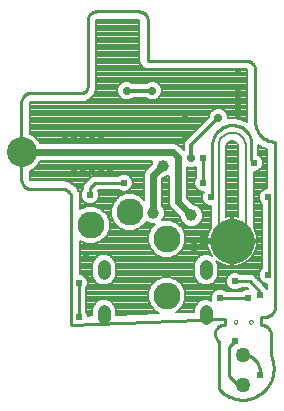
<source format=gbl>
G75*
G70*
%OFA0B0*%
%FSLAX24Y24*%
%IPPOS*%
%LPD*%
%AMOC8*
5,1,8,0,0,1.08239X$1,22.5*
%
%ADD10C,0.0050*%
%ADD11C,0.0100*%
%ADD12C,0.0000*%
%ADD13C,0.0004*%
%ADD14C,0.0433*%
%ADD15C,0.0900*%
%ADD16C,0.0500*%
%ADD17C,0.1000*%
%ADD18C,0.1400*%
%ADD19C,0.0080*%
%ADD20C,0.0240*%
%ADD21C,0.1500*%
%ADD22C,0.0200*%
%ADD23C,0.0390*%
%ADD24C,0.0240*%
%ADD25C,0.0280*%
%ADD26C,0.0140*%
D10*
X007158Y005886D02*
X007158Y008596D01*
X007160Y008637D01*
X007165Y008677D01*
X007174Y008717D01*
X007187Y008756D01*
X007203Y008793D01*
X007222Y008829D01*
X007245Y008863D01*
X007270Y008895D01*
X007299Y008925D01*
X007329Y008952D01*
X007362Y008976D01*
X007397Y008997D01*
X007434Y009014D01*
X007472Y009029D01*
X007512Y009040D01*
X007552Y009047D01*
X007593Y009051D01*
X007633Y009051D01*
X007674Y009047D01*
X007714Y009040D01*
X007754Y009029D01*
X007792Y009014D01*
X007829Y008997D01*
X007864Y008976D01*
X007897Y008952D01*
X007927Y008925D01*
X007956Y008895D01*
X007981Y008863D01*
X008004Y008829D01*
X008023Y008793D01*
X008039Y008756D01*
X008052Y008717D01*
X008061Y008677D01*
X008066Y008637D01*
X008068Y008596D01*
X008068Y005886D01*
X008066Y005845D01*
X008061Y005805D01*
X008052Y005765D01*
X008039Y005726D01*
X008023Y005689D01*
X008004Y005653D01*
X007981Y005619D01*
X007956Y005587D01*
X007927Y005557D01*
X007897Y005530D01*
X007864Y005506D01*
X007829Y005485D01*
X007792Y005468D01*
X007754Y005453D01*
X007714Y005442D01*
X007674Y005435D01*
X007633Y005431D01*
X007593Y005431D01*
X007552Y005435D01*
X007512Y005442D01*
X007472Y005453D01*
X007434Y005468D01*
X007397Y005485D01*
X007362Y005506D01*
X007329Y005530D01*
X007299Y005557D01*
X007270Y005587D01*
X007245Y005619D01*
X007222Y005653D01*
X007203Y005689D01*
X007187Y005726D01*
X007174Y005765D01*
X007165Y005805D01*
X007160Y005845D01*
X007158Y005886D01*
D11*
X007364Y002832D02*
X002254Y002646D01*
X002254Y006898D01*
X002248Y006931D01*
X002239Y006963D01*
X002226Y006994D01*
X002210Y007023D01*
X002192Y007050D01*
X002170Y007076D01*
X002146Y007099D01*
X002120Y007119D01*
X002092Y007137D01*
X002062Y007151D01*
X002031Y007162D01*
X001999Y007170D01*
X001966Y007175D01*
X001933Y007176D01*
X001900Y007174D01*
X001899Y007174D02*
X000904Y007174D01*
X000871Y007176D01*
X000839Y007181D01*
X000807Y007189D01*
X000776Y007201D01*
X000747Y007216D01*
X000719Y007234D01*
X000693Y007255D01*
X000670Y007278D01*
X000649Y007304D01*
X000631Y007331D01*
X000616Y007361D01*
X000604Y007392D01*
X000596Y007424D01*
X000591Y007456D01*
X000589Y007489D01*
X000589Y010062D01*
X000591Y010095D01*
X000596Y010127D01*
X000604Y010159D01*
X000616Y010190D01*
X000631Y010219D01*
X000649Y010247D01*
X000670Y010273D01*
X000693Y010296D01*
X000719Y010317D01*
X000747Y010335D01*
X000776Y010350D01*
X000807Y010362D01*
X000839Y010370D01*
X000871Y010375D01*
X000904Y010377D01*
X002595Y010377D01*
X002595Y010376D02*
X002621Y010378D01*
X002646Y010383D01*
X002670Y010391D01*
X002693Y010402D01*
X002715Y010417D01*
X002734Y010434D01*
X002751Y010453D01*
X002766Y010474D01*
X002777Y010498D01*
X002785Y010522D01*
X002790Y010547D01*
X002792Y010573D01*
X002792Y012782D01*
X002794Y012815D01*
X002799Y012847D01*
X002807Y012879D01*
X002819Y012910D01*
X002834Y012939D01*
X002852Y012967D01*
X002873Y012993D01*
X002896Y013016D01*
X002922Y013037D01*
X002950Y013055D01*
X002979Y013070D01*
X003010Y013082D01*
X003042Y013090D01*
X003074Y013095D01*
X003107Y013097D01*
X004489Y013097D01*
X004522Y013095D01*
X004554Y013090D01*
X004586Y013082D01*
X004617Y013070D01*
X004646Y013055D01*
X004674Y013037D01*
X004700Y013016D01*
X004723Y012993D01*
X004744Y012967D01*
X004762Y012939D01*
X004777Y012910D01*
X004789Y012879D01*
X004797Y012847D01*
X004802Y012815D01*
X004804Y012782D01*
X004804Y011456D01*
X008073Y011456D01*
X008073Y011455D02*
X008108Y011452D01*
X008142Y011444D01*
X008175Y011433D01*
X008207Y011419D01*
X008237Y011401D01*
X008265Y011380D01*
X008291Y011356D01*
X008315Y011330D01*
X008335Y011302D01*
X008352Y011271D01*
X008367Y011239D01*
X008377Y011206D01*
X008384Y011171D01*
X008388Y011136D01*
X008387Y011101D01*
X008388Y011101D02*
X008388Y009382D01*
X008250Y008646D02*
X008250Y008146D01*
X008350Y008046D01*
X009057Y008752D02*
X009057Y003294D01*
X009055Y003255D01*
X009049Y003217D01*
X009040Y003180D01*
X009027Y003143D01*
X009010Y003108D01*
X008991Y003075D01*
X008968Y003044D01*
X008942Y003015D01*
X008913Y002989D01*
X008882Y002966D01*
X008849Y002947D01*
X008814Y002930D01*
X008777Y002917D01*
X008740Y002908D01*
X008702Y002902D01*
X008663Y002900D01*
X008663Y002901D02*
X008585Y002901D01*
X008585Y002646D01*
X008618Y002644D01*
X008650Y002639D01*
X008682Y002631D01*
X008713Y002619D01*
X008742Y002604D01*
X008770Y002586D01*
X008796Y002565D01*
X008819Y002542D01*
X008840Y002516D01*
X008858Y002488D01*
X008873Y002459D01*
X008885Y002428D01*
X008893Y002396D01*
X008898Y002364D01*
X008900Y002331D01*
X008900Y001623D01*
X008533Y001100D02*
X008533Y000980D01*
X008533Y001100D02*
X008531Y001145D01*
X008526Y001190D01*
X008516Y001234D01*
X008503Y001277D01*
X008487Y001319D01*
X008467Y001360D01*
X008444Y001399D01*
X008418Y001435D01*
X008389Y001470D01*
X008357Y001502D01*
X008322Y001531D01*
X008286Y001557D01*
X008247Y001580D01*
X008206Y001600D01*
X008164Y001616D01*
X008121Y001629D01*
X008077Y001639D01*
X008032Y001644D01*
X007987Y001646D01*
X007700Y002096D02*
X007500Y001896D01*
X007500Y000946D01*
X007800Y000646D01*
X007987Y000646D01*
X007167Y000520D02*
X007209Y000473D01*
X007254Y000428D01*
X007302Y000387D01*
X007352Y000348D01*
X007405Y000312D01*
X007459Y000280D01*
X007516Y000251D01*
X007574Y000225D01*
X007633Y000203D01*
X007694Y000185D01*
X007756Y000170D01*
X007819Y000160D01*
X007882Y000153D01*
X007945Y000150D01*
X008009Y000151D01*
X008072Y000156D01*
X008135Y000165D01*
X008197Y000177D01*
X008258Y000194D01*
X008318Y000214D01*
X008377Y000237D01*
X008435Y000265D01*
X008490Y000295D01*
X008544Y000329D01*
X008595Y000367D01*
X008644Y000407D01*
X008690Y000450D01*
X008734Y000496D01*
X008775Y000545D01*
X008813Y000596D01*
X008847Y000649D01*
X008878Y000705D01*
X008906Y000762D01*
X008930Y000820D01*
X008951Y000880D01*
X008968Y000942D01*
X008981Y001004D01*
X008990Y001066D01*
X008995Y001130D01*
X008997Y001193D01*
X008995Y001257D01*
X008988Y001320D01*
X008978Y001382D01*
X008964Y001444D01*
X008947Y001505D01*
X008925Y001565D01*
X008900Y001623D01*
X008550Y003646D02*
X008550Y003746D01*
X008200Y004096D01*
X007700Y004096D01*
X008150Y003546D02*
X007200Y003546D01*
X007364Y002832D02*
X007364Y002646D01*
X007330Y002647D01*
X007296Y002644D01*
X007262Y002637D01*
X007229Y002626D01*
X007198Y002611D01*
X007169Y002593D01*
X007142Y002572D01*
X007117Y002548D01*
X007096Y002522D01*
X007077Y002493D01*
X007062Y002462D01*
X007050Y002430D01*
X007043Y002396D01*
X007039Y002362D01*
X007038Y002328D01*
X007042Y002293D01*
X007050Y002260D01*
X007061Y002228D01*
X007076Y002197D01*
X007095Y002168D01*
X007116Y002141D01*
X007141Y002117D01*
X007168Y002096D01*
X007167Y002095D02*
X007167Y000520D01*
X008800Y004296D02*
X008850Y004346D01*
X008850Y006846D01*
X008800Y006896D01*
X006950Y008596D02*
X006948Y008645D01*
X006950Y008693D01*
X006955Y008742D01*
X006964Y008790D01*
X006977Y008837D01*
X006993Y008883D01*
X007012Y008928D01*
X007035Y008971D01*
X007061Y009012D01*
X007089Y009052D01*
X007121Y009089D01*
X007156Y009123D01*
X007192Y009155D01*
X007232Y009184D01*
X007273Y009210D01*
X007316Y009233D01*
X007361Y009252D01*
X007407Y009269D01*
X007454Y009281D01*
X007502Y009291D01*
X007550Y009296D01*
X007700Y009296D01*
X007747Y009290D01*
X007793Y009281D01*
X007839Y009268D01*
X007883Y009251D01*
X007926Y009231D01*
X007967Y009208D01*
X008006Y009181D01*
X008043Y009152D01*
X008078Y009120D01*
X008110Y009085D01*
X008139Y009048D01*
X008165Y009008D01*
X008188Y008967D01*
X008207Y008924D01*
X008223Y008879D01*
X008236Y008834D01*
X008245Y008787D01*
X008250Y008740D01*
X008252Y008693D01*
X008250Y008646D01*
X008387Y009381D02*
X008391Y009333D01*
X008397Y009285D01*
X008408Y009237D01*
X008422Y009191D01*
X008439Y009145D01*
X008460Y009101D01*
X008484Y009059D01*
X008511Y009019D01*
X008541Y008981D01*
X008574Y008945D01*
X008610Y008911D01*
X008647Y008881D01*
X008687Y008853D01*
X008729Y008828D01*
X008773Y008807D01*
X008818Y008789D01*
X008864Y008774D01*
X008912Y008763D01*
X008960Y008756D01*
X009008Y008752D01*
X009057Y008751D01*
X006950Y008596D02*
X006950Y006946D01*
X006900Y006896D01*
X006650Y007381D02*
X006650Y008221D01*
X004000Y007381D02*
X003035Y007381D01*
X002875Y007221D01*
X002875Y006971D01*
X002500Y004046D02*
X002500Y002896D01*
D12*
X007670Y002746D02*
X007672Y002761D01*
X007677Y002775D01*
X007686Y002787D01*
X007698Y002797D01*
X007711Y002803D01*
X007726Y002806D01*
X007741Y002805D01*
X007756Y002800D01*
X007768Y002792D01*
X007779Y002781D01*
X007786Y002768D01*
X007790Y002754D01*
X007790Y002738D01*
X007786Y002724D01*
X007779Y002711D01*
X007768Y002700D01*
X007756Y002692D01*
X007741Y002687D01*
X007726Y002686D01*
X007711Y002689D01*
X007698Y002695D01*
X007686Y002705D01*
X007677Y002717D01*
X007672Y002731D01*
X007670Y002746D01*
X008180Y002746D02*
X008182Y002761D01*
X008187Y002775D01*
X008196Y002787D01*
X008208Y002797D01*
X008221Y002803D01*
X008236Y002806D01*
X008251Y002805D01*
X008266Y002800D01*
X008278Y002792D01*
X008289Y002781D01*
X008296Y002768D01*
X008300Y002754D01*
X008300Y002738D01*
X008296Y002724D01*
X008289Y002711D01*
X008278Y002700D01*
X008266Y002692D01*
X008251Y002687D01*
X008236Y002686D01*
X008221Y002689D01*
X008208Y002695D01*
X008196Y002705D01*
X008187Y002717D01*
X008182Y002731D01*
X008180Y002746D01*
D13*
X006855Y002860D02*
X006855Y003104D01*
X006853Y003124D01*
X006848Y003144D01*
X006839Y003163D01*
X006827Y003180D01*
X006813Y003194D01*
X006796Y003206D01*
X006777Y003215D01*
X006757Y003220D01*
X006737Y003222D01*
X006717Y003220D01*
X006697Y003215D01*
X006678Y003206D01*
X006661Y003194D01*
X006647Y003180D01*
X006635Y003163D01*
X006626Y003144D01*
X006621Y003124D01*
X006619Y003104D01*
X006619Y002860D01*
X006621Y002840D01*
X006626Y002820D01*
X006635Y002801D01*
X006647Y002784D01*
X006661Y002770D01*
X006678Y002758D01*
X006697Y002749D01*
X006717Y002744D01*
X006737Y002742D01*
X006757Y002744D01*
X006777Y002749D01*
X006796Y002758D01*
X006813Y002770D01*
X006827Y002784D01*
X006839Y002801D01*
X006848Y002820D01*
X006853Y002840D01*
X006855Y002860D01*
X006855Y004356D02*
X006855Y004600D01*
X006853Y004620D01*
X006848Y004640D01*
X006839Y004659D01*
X006827Y004676D01*
X006813Y004690D01*
X006796Y004702D01*
X006777Y004711D01*
X006757Y004716D01*
X006737Y004718D01*
X006717Y004716D01*
X006697Y004711D01*
X006678Y004702D01*
X006661Y004690D01*
X006647Y004676D01*
X006635Y004659D01*
X006626Y004640D01*
X006621Y004620D01*
X006619Y004600D01*
X006619Y004356D01*
X006621Y004336D01*
X006626Y004316D01*
X006635Y004297D01*
X006647Y004280D01*
X006661Y004266D01*
X006678Y004254D01*
X006697Y004245D01*
X006717Y004240D01*
X006737Y004238D01*
X006757Y004240D01*
X006777Y004245D01*
X006796Y004254D01*
X006813Y004266D01*
X006827Y004280D01*
X006839Y004297D01*
X006848Y004316D01*
X006853Y004336D01*
X006855Y004356D01*
X003454Y004356D02*
X003454Y004600D01*
X003452Y004620D01*
X003447Y004640D01*
X003438Y004659D01*
X003426Y004676D01*
X003412Y004690D01*
X003395Y004702D01*
X003376Y004711D01*
X003356Y004716D01*
X003336Y004718D01*
X003316Y004716D01*
X003296Y004711D01*
X003277Y004702D01*
X003260Y004690D01*
X003246Y004676D01*
X003234Y004659D01*
X003225Y004640D01*
X003220Y004620D01*
X003218Y004600D01*
X003218Y004356D01*
X003220Y004336D01*
X003225Y004316D01*
X003234Y004297D01*
X003246Y004280D01*
X003260Y004266D01*
X003277Y004254D01*
X003296Y004245D01*
X003316Y004240D01*
X003336Y004238D01*
X003356Y004240D01*
X003376Y004245D01*
X003395Y004254D01*
X003412Y004266D01*
X003426Y004280D01*
X003438Y004297D01*
X003447Y004316D01*
X003452Y004336D01*
X003454Y004356D01*
X003454Y003104D02*
X003454Y002860D01*
X003452Y002840D01*
X003447Y002820D01*
X003438Y002801D01*
X003426Y002784D01*
X003412Y002770D01*
X003395Y002758D01*
X003376Y002749D01*
X003356Y002744D01*
X003336Y002742D01*
X003316Y002744D01*
X003296Y002749D01*
X003277Y002758D01*
X003260Y002770D01*
X003246Y002784D01*
X003234Y002801D01*
X003225Y002820D01*
X003220Y002840D01*
X003218Y002860D01*
X003218Y003104D01*
X003220Y003124D01*
X003225Y003144D01*
X003234Y003163D01*
X003246Y003180D01*
X003260Y003194D01*
X003277Y003206D01*
X003296Y003215D01*
X003316Y003220D01*
X003336Y003222D01*
X003356Y003220D01*
X003376Y003215D01*
X003395Y003206D01*
X003412Y003194D01*
X003426Y003180D01*
X003438Y003163D01*
X003447Y003144D01*
X003452Y003124D01*
X003454Y003104D01*
D14*
X003336Y002862D02*
X003336Y002862D01*
X003336Y003098D01*
X003336Y003098D01*
X003336Y002862D01*
X003336Y004358D02*
X003336Y004358D01*
X003336Y004594D01*
X003336Y004594D01*
X003336Y004358D01*
X006737Y004358D02*
X006737Y004358D01*
X006737Y004594D01*
X006737Y004594D01*
X006737Y004358D01*
X006737Y002862D02*
X006737Y002862D01*
X006737Y003098D01*
X006737Y003098D01*
X006737Y002862D01*
D15*
X005427Y003616D03*
X005427Y005516D03*
X004197Y006396D03*
X002897Y005976D03*
D16*
X007987Y001646D03*
X007987Y000646D03*
D17*
X000600Y008396D03*
D18*
X007615Y005436D03*
D19*
X007650Y005700D02*
X007576Y005700D01*
X007575Y005700D01*
X007575Y006276D01*
X007560Y006276D01*
X007451Y006262D01*
X007423Y006255D01*
X007423Y008596D01*
X007427Y008633D01*
X007455Y008702D01*
X007508Y008754D01*
X007576Y008783D01*
X007650Y008783D01*
X007719Y008754D01*
X007771Y008702D01*
X007800Y008633D01*
X007803Y008596D01*
X007803Y006255D01*
X007779Y006262D01*
X007670Y006276D01*
X007655Y006276D01*
X007655Y005702D01*
X007650Y005700D01*
X007655Y005708D02*
X007575Y005708D01*
X007575Y005786D02*
X007655Y005786D01*
X007655Y005865D02*
X007575Y005865D01*
X007575Y005943D02*
X007655Y005943D01*
X007655Y006022D02*
X007575Y006022D01*
X007575Y006100D02*
X007655Y006100D01*
X007655Y006179D02*
X007575Y006179D01*
X007575Y006257D02*
X007655Y006257D01*
X007796Y006257D02*
X007803Y006257D01*
X007803Y006336D02*
X007423Y006336D01*
X007423Y006414D02*
X007803Y006414D01*
X007803Y006493D02*
X007423Y006493D01*
X007423Y006571D02*
X007803Y006571D01*
X007803Y006650D02*
X007423Y006650D01*
X007423Y006728D02*
X007803Y006728D01*
X007803Y006807D02*
X007423Y006807D01*
X007423Y006885D02*
X007803Y006885D01*
X007803Y006964D02*
X007423Y006964D01*
X007423Y007042D02*
X007803Y007042D01*
X007803Y007121D02*
X007423Y007121D01*
X007423Y007199D02*
X007803Y007199D01*
X007803Y007278D02*
X007423Y007278D01*
X007423Y007356D02*
X007803Y007356D01*
X007803Y007435D02*
X007423Y007435D01*
X007423Y007513D02*
X007803Y007513D01*
X007803Y007592D02*
X007423Y007592D01*
X007423Y007670D02*
X007803Y007670D01*
X007803Y007749D02*
X007423Y007749D01*
X007423Y007827D02*
X007803Y007827D01*
X007803Y007906D02*
X007423Y007906D01*
X007423Y007984D02*
X007803Y007984D01*
X007803Y008063D02*
X007423Y008063D01*
X007423Y008141D02*
X007803Y008141D01*
X007803Y008220D02*
X007423Y008220D01*
X007423Y008298D02*
X007803Y008298D01*
X007803Y008377D02*
X007423Y008377D01*
X007423Y008455D02*
X007803Y008455D01*
X007803Y008534D02*
X007423Y008534D01*
X007425Y008612D02*
X007802Y008612D01*
X007776Y008691D02*
X007451Y008691D01*
X007544Y008769D02*
X007683Y008769D01*
X008097Y009402D02*
X007884Y009512D01*
X007803Y009518D01*
X007795Y009526D01*
X007710Y009526D01*
X007624Y009533D01*
X007623Y009533D01*
X007541Y009526D01*
X007470Y009526D01*
X007470Y009610D01*
X007421Y009728D01*
X007331Y009818D01*
X007214Y009866D01*
X007086Y009866D01*
X006969Y009818D01*
X006879Y009728D01*
X006830Y009610D01*
X006830Y009580D01*
X006038Y008788D01*
X006000Y008696D01*
X006000Y008471D01*
X005970Y008501D01*
X005820Y008651D01*
X005710Y008696D01*
X005590Y008696D01*
X001212Y008696D01*
X001176Y008781D01*
X000985Y008973D01*
X000879Y009017D01*
X000879Y010062D01*
X000880Y010067D01*
X000884Y010075D01*
X000890Y010082D01*
X000899Y010086D01*
X000904Y010087D01*
X002692Y010087D01*
X002871Y010161D01*
X003007Y010298D01*
X003082Y010477D01*
X003082Y012782D01*
X003082Y012787D01*
X003086Y012796D01*
X003093Y012803D01*
X003102Y012807D01*
X003107Y012807D01*
X004489Y012807D01*
X004494Y012807D01*
X004503Y012803D01*
X004510Y012796D01*
X004513Y012787D01*
X004514Y012783D01*
X004514Y011398D01*
X004558Y011291D01*
X004640Y011210D01*
X004746Y011166D01*
X008059Y011166D01*
X008065Y011165D01*
X008080Y011157D01*
X008092Y011144D01*
X008098Y011128D01*
X008098Y011110D01*
X008095Y011061D01*
X008098Y011053D01*
X008098Y009435D01*
X008096Y009431D01*
X008097Y009402D01*
X008098Y009476D02*
X007954Y009476D01*
X007884Y009512D02*
X007884Y009512D01*
X008098Y009554D02*
X007470Y009554D01*
X007461Y009633D02*
X008098Y009633D01*
X008098Y009711D02*
X007428Y009711D01*
X007359Y009790D02*
X008098Y009790D01*
X008098Y009868D02*
X000879Y009868D01*
X000879Y009790D02*
X006941Y009790D01*
X006872Y009711D02*
X000879Y009711D01*
X000879Y009633D02*
X006839Y009633D01*
X006804Y009554D02*
X000879Y009554D01*
X000879Y009476D02*
X006726Y009476D01*
X006647Y009397D02*
X000879Y009397D01*
X000879Y009319D02*
X006569Y009319D01*
X006490Y009240D02*
X000879Y009240D01*
X000879Y009162D02*
X006412Y009162D01*
X006333Y009083D02*
X000879Y009083D01*
X000908Y009005D02*
X006255Y009005D01*
X006176Y008926D02*
X001032Y008926D01*
X001110Y008848D02*
X006098Y008848D01*
X006030Y008769D02*
X001182Y008769D01*
X001212Y008096D02*
X004956Y008096D01*
X004925Y008021D01*
X004925Y007996D01*
X004730Y007800D01*
X004684Y007690D01*
X004684Y006801D01*
X004554Y006930D01*
X004323Y007026D01*
X004072Y007026D01*
X003841Y006930D01*
X003663Y006753D01*
X003567Y006522D01*
X003567Y006271D01*
X003663Y006039D01*
X003841Y005862D01*
X004072Y005766D01*
X004323Y005766D01*
X004554Y005862D01*
X004731Y006039D01*
X004750Y006084D01*
X004771Y006062D01*
X004909Y006005D01*
X005025Y006005D01*
X004893Y005873D01*
X004797Y005642D01*
X004797Y005391D01*
X004893Y005159D01*
X005071Y004982D01*
X005302Y004886D01*
X005553Y004886D01*
X005784Y004982D01*
X005961Y005159D01*
X006057Y005391D01*
X006057Y005642D01*
X005961Y005873D01*
X005784Y006050D01*
X005553Y006146D01*
X005302Y006146D01*
X005265Y006131D01*
X005302Y006168D01*
X005359Y006306D01*
X005359Y006455D01*
X005302Y006593D01*
X005284Y006610D01*
X005284Y007506D01*
X005349Y007571D01*
X005375Y007571D01*
X005500Y007623D01*
X005500Y006687D01*
X005546Y006576D01*
X005875Y006247D01*
X005875Y006222D01*
X005932Y006084D01*
X006038Y005978D01*
X006175Y005921D01*
X006325Y005921D01*
X006462Y005978D01*
X006568Y006084D01*
X006625Y006222D01*
X006625Y006371D01*
X006568Y006509D01*
X006462Y006614D01*
X006325Y006671D01*
X006299Y006671D01*
X006100Y006871D01*
X006100Y007912D01*
X006186Y007876D01*
X006314Y007876D01*
X006420Y007920D01*
X006420Y007576D01*
X006396Y007551D01*
X006350Y007441D01*
X006350Y007322D01*
X006396Y007211D01*
X006480Y007127D01*
X006590Y007081D01*
X006661Y007081D01*
X006646Y007066D01*
X006600Y006956D01*
X006600Y006837D01*
X006646Y006726D01*
X006730Y006642D01*
X006840Y006596D01*
X006893Y006596D01*
X006893Y005866D01*
X006860Y005809D01*
X006818Y005707D01*
X006789Y005601D01*
X006775Y005491D01*
X006775Y005476D01*
X007005Y005476D01*
X007085Y005396D01*
X006775Y005396D01*
X006775Y005381D01*
X006789Y005272D01*
X006818Y005166D01*
X006860Y005064D01*
X006915Y004969D01*
X006936Y004941D01*
X006816Y004991D01*
X006658Y004991D01*
X006513Y004930D01*
X006401Y004819D01*
X006341Y004673D01*
X006341Y004279D01*
X006401Y004133D01*
X006513Y004022D01*
X006658Y003962D01*
X006816Y003962D01*
X006962Y004022D01*
X007073Y004133D01*
X007134Y004279D01*
X007134Y004673D01*
X007089Y004781D01*
X007147Y004736D01*
X007243Y004681D01*
X007344Y004639D01*
X007451Y004611D01*
X007560Y004596D01*
X007575Y004596D01*
X007575Y005166D01*
X007655Y005166D01*
X007655Y004596D01*
X007670Y004596D01*
X007779Y004611D01*
X007886Y004639D01*
X007987Y004681D01*
X008083Y004736D01*
X008170Y004803D01*
X008248Y004881D01*
X008315Y004969D01*
X008370Y005064D01*
X008412Y005166D01*
X008441Y005272D01*
X008455Y005381D01*
X008455Y005396D01*
X008142Y005396D01*
X008222Y005476D01*
X008455Y005476D01*
X008455Y005491D01*
X008441Y005601D01*
X008412Y005707D01*
X008370Y005809D01*
X008333Y005872D01*
X008333Y007746D01*
X008410Y007746D01*
X008520Y007792D01*
X008604Y007876D01*
X008650Y007987D01*
X008650Y008106D01*
X008604Y008216D01*
X008520Y008301D01*
X008480Y008317D01*
X008480Y008637D01*
X008481Y008643D01*
X008631Y008541D01*
X008631Y008541D01*
X008767Y008501D01*
X008767Y007196D01*
X008740Y007196D01*
X008630Y007151D01*
X008546Y007066D01*
X008500Y006956D01*
X008500Y006837D01*
X008546Y006726D01*
X008620Y006652D01*
X008620Y004541D01*
X008546Y004466D01*
X008500Y004356D01*
X008500Y004237D01*
X008546Y004126D01*
X008630Y004042D01*
X008740Y003996D01*
X008767Y003996D01*
X008767Y003854D01*
X008430Y004192D01*
X008295Y004326D01*
X007894Y004326D01*
X007870Y004351D01*
X007760Y004396D01*
X007640Y004396D01*
X007530Y004351D01*
X007446Y004266D01*
X007400Y004156D01*
X007400Y004037D01*
X007446Y003926D01*
X007530Y003842D01*
X007640Y003796D01*
X007760Y003796D01*
X007870Y003842D01*
X007894Y003866D01*
X008105Y003866D01*
X008125Y003846D01*
X008090Y003846D01*
X007980Y003801D01*
X007956Y003776D01*
X007394Y003776D01*
X007370Y003801D01*
X007260Y003846D01*
X007140Y003846D01*
X007030Y003801D01*
X006946Y003716D01*
X006900Y003606D01*
X006900Y003487D01*
X006913Y003455D01*
X006816Y003495D01*
X006658Y003495D01*
X006513Y003434D01*
X006401Y003323D01*
X006341Y003177D01*
X006341Y003085D01*
X005739Y003063D01*
X005784Y003082D01*
X005961Y003259D01*
X006057Y003491D01*
X006057Y003742D01*
X005961Y003973D01*
X005784Y004150D01*
X005553Y004246D01*
X005302Y004246D01*
X005071Y004150D01*
X004893Y003973D01*
X004797Y003742D01*
X004797Y003491D01*
X004893Y003259D01*
X005071Y003082D01*
X005166Y003043D01*
X003732Y002990D01*
X003732Y003177D01*
X003672Y003323D01*
X003560Y003434D01*
X003415Y003495D01*
X003257Y003495D01*
X003111Y003434D01*
X003000Y003323D01*
X002939Y003177D01*
X002939Y002961D01*
X002800Y002956D01*
X002754Y003066D01*
X002730Y003091D01*
X002730Y003852D01*
X002754Y003876D01*
X002800Y003987D01*
X002800Y004106D01*
X002754Y004216D01*
X002965Y004216D01*
X002939Y004279D02*
X003000Y004133D01*
X003111Y004022D01*
X003257Y003962D01*
X003415Y003962D01*
X003560Y004022D01*
X003672Y004133D01*
X003732Y004279D01*
X003732Y004673D01*
X003672Y004819D01*
X003560Y004930D01*
X003415Y004991D01*
X003257Y004991D01*
X003111Y004930D01*
X003000Y004819D01*
X002939Y004673D01*
X002939Y004279D01*
X002939Y004295D02*
X002676Y004295D01*
X002670Y004301D02*
X002560Y004346D01*
X002544Y004346D01*
X002544Y005441D01*
X002772Y005346D01*
X003023Y005346D01*
X003254Y005442D01*
X003431Y005619D01*
X003527Y005851D01*
X003527Y006102D01*
X003431Y006333D01*
X003254Y006510D01*
X003023Y006606D01*
X002772Y006606D01*
X002544Y006512D01*
X002544Y006859D01*
X002548Y006877D01*
X002544Y006916D01*
X002544Y006956D01*
X002536Y006973D01*
X002526Y007054D01*
X002526Y007054D01*
X002407Y007264D01*
X002407Y007264D01*
X002407Y007264D01*
X002216Y007413D01*
X001983Y007477D01*
X001881Y007464D01*
X000904Y007464D01*
X000899Y007464D01*
X000890Y007468D01*
X000884Y007475D01*
X000880Y007484D01*
X000879Y007489D01*
X000879Y007776D01*
X000985Y007820D01*
X001176Y008011D01*
X001212Y008096D01*
X001198Y008063D02*
X004942Y008063D01*
X004914Y007984D02*
X001150Y007984D01*
X001071Y007906D02*
X004835Y007906D01*
X004757Y007827D02*
X000993Y007827D01*
X000879Y007749D02*
X004708Y007749D01*
X004684Y007670D02*
X004086Y007670D01*
X004060Y007681D02*
X004170Y007636D01*
X004254Y007551D01*
X004300Y007441D01*
X004300Y007322D01*
X004254Y007211D01*
X004170Y007127D01*
X004060Y007081D01*
X003940Y007081D01*
X003830Y007127D01*
X003806Y007151D01*
X003130Y007151D01*
X003125Y007146D01*
X003129Y007141D01*
X003175Y007031D01*
X003175Y006912D01*
X003129Y006801D01*
X003045Y006717D01*
X002935Y006671D01*
X002815Y006671D01*
X002705Y006717D01*
X002621Y006801D01*
X002575Y006912D01*
X002575Y007031D01*
X002621Y007141D01*
X002645Y007166D01*
X002645Y007317D01*
X002780Y007451D01*
X002940Y007611D01*
X003806Y007611D01*
X003830Y007636D01*
X003940Y007681D01*
X004060Y007681D01*
X003914Y007670D02*
X000879Y007670D01*
X000879Y007592D02*
X002920Y007592D01*
X002842Y007513D02*
X000879Y007513D01*
X000890Y007468D02*
X000890Y007468D01*
X001983Y007477D02*
X001983Y007477D01*
X002135Y007435D02*
X002763Y007435D01*
X002685Y007356D02*
X002288Y007356D01*
X002216Y007413D02*
X002216Y007413D01*
X002389Y007278D02*
X002645Y007278D01*
X002645Y007199D02*
X002444Y007199D01*
X002488Y007121D02*
X002612Y007121D01*
X002580Y007042D02*
X002528Y007042D01*
X002540Y006964D02*
X002575Y006964D01*
X002586Y006885D02*
X002547Y006885D01*
X002544Y006807D02*
X002618Y006807D01*
X002544Y006728D02*
X002694Y006728D01*
X002688Y006571D02*
X002544Y006571D01*
X002544Y006650D02*
X003621Y006650D01*
X003653Y006728D02*
X003056Y006728D01*
X003132Y006807D02*
X003717Y006807D01*
X003795Y006885D02*
X003164Y006885D01*
X003175Y006964D02*
X003921Y006964D01*
X003845Y007121D02*
X003138Y007121D01*
X003170Y007042D02*
X004684Y007042D01*
X004684Y006964D02*
X004474Y006964D01*
X004599Y006885D02*
X004684Y006885D01*
X004678Y006807D02*
X004684Y006807D01*
X004684Y007121D02*
X004155Y007121D01*
X004242Y007199D02*
X004684Y007199D01*
X004684Y007278D02*
X004282Y007278D01*
X004300Y007356D02*
X004684Y007356D01*
X004684Y007435D02*
X004300Y007435D01*
X004270Y007513D02*
X004684Y007513D01*
X004684Y007592D02*
X004214Y007592D01*
X003588Y006571D02*
X003107Y006571D01*
X003272Y006493D02*
X003567Y006493D01*
X003567Y006414D02*
X003350Y006414D01*
X003429Y006336D02*
X003567Y006336D01*
X003573Y006257D02*
X003463Y006257D01*
X003495Y006179D02*
X003606Y006179D01*
X003638Y006100D02*
X003527Y006100D01*
X003527Y006022D02*
X003681Y006022D01*
X003759Y005943D02*
X003527Y005943D01*
X003527Y005865D02*
X003838Y005865D01*
X004024Y005786D02*
X003501Y005786D01*
X003468Y005708D02*
X004825Y005708D01*
X004797Y005629D02*
X003436Y005629D01*
X003363Y005551D02*
X004797Y005551D01*
X004797Y005472D02*
X003284Y005472D01*
X003137Y005394D02*
X004797Y005394D01*
X004829Y005315D02*
X002544Y005315D01*
X002544Y005237D02*
X004861Y005237D01*
X004894Y005158D02*
X002544Y005158D01*
X002544Y005080D02*
X004973Y005080D01*
X005051Y005001D02*
X002544Y005001D01*
X002544Y004923D02*
X003103Y004923D01*
X003025Y004844D02*
X002544Y004844D01*
X002544Y004766D02*
X002978Y004766D01*
X002945Y004687D02*
X002544Y004687D01*
X002544Y004609D02*
X002939Y004609D01*
X002939Y004530D02*
X002544Y004530D01*
X002544Y004452D02*
X002939Y004452D01*
X002939Y004373D02*
X002544Y004373D01*
X002670Y004301D02*
X002754Y004216D01*
X002787Y004138D02*
X002998Y004138D01*
X003074Y004059D02*
X002800Y004059D01*
X002798Y003981D02*
X003210Y003981D01*
X003461Y003981D02*
X004901Y003981D01*
X004864Y003902D02*
X002765Y003902D01*
X002730Y003824D02*
X004831Y003824D01*
X004799Y003745D02*
X002730Y003745D01*
X002730Y003667D02*
X004797Y003667D01*
X004797Y003588D02*
X002730Y003588D01*
X002730Y003510D02*
X004797Y003510D01*
X004822Y003431D02*
X003563Y003431D01*
X003642Y003353D02*
X004855Y003353D01*
X004887Y003274D02*
X003692Y003274D01*
X003725Y003196D02*
X004957Y003196D01*
X005035Y003117D02*
X003732Y003117D01*
X003732Y003039D02*
X005061Y003039D01*
X004979Y004059D02*
X003598Y004059D01*
X003674Y004138D02*
X005058Y004138D01*
X005230Y004216D02*
X003706Y004216D01*
X003732Y004295D02*
X006341Y004295D01*
X006341Y004373D02*
X003732Y004373D01*
X003732Y004452D02*
X006341Y004452D01*
X006341Y004530D02*
X003732Y004530D01*
X003732Y004609D02*
X006341Y004609D01*
X006347Y004687D02*
X003726Y004687D01*
X003694Y004766D02*
X006379Y004766D01*
X006427Y004844D02*
X003647Y004844D01*
X003568Y004923D02*
X005214Y004923D01*
X005641Y004923D02*
X006505Y004923D01*
X006821Y005158D02*
X005960Y005158D01*
X005994Y005237D02*
X006799Y005237D01*
X006784Y005315D02*
X006026Y005315D01*
X006057Y005394D02*
X006775Y005394D01*
X006783Y005551D02*
X006057Y005551D01*
X006057Y005629D02*
X006797Y005629D01*
X006818Y005708D02*
X006030Y005708D01*
X005997Y005786D02*
X006851Y005786D01*
X006892Y005865D02*
X005965Y005865D01*
X005891Y005943D02*
X006122Y005943D01*
X005994Y006022D02*
X005813Y006022D01*
X005925Y006100D02*
X005664Y006100D01*
X005786Y006336D02*
X005359Y006336D01*
X005359Y006414D02*
X005708Y006414D01*
X005629Y006493D02*
X005343Y006493D01*
X005311Y006571D02*
X005551Y006571D01*
X005515Y006650D02*
X005284Y006650D01*
X005284Y006728D02*
X005500Y006728D01*
X005500Y006807D02*
X005284Y006807D01*
X005284Y006885D02*
X005500Y006885D01*
X005500Y006964D02*
X005284Y006964D01*
X005284Y007042D02*
X005500Y007042D01*
X005500Y007121D02*
X005284Y007121D01*
X005284Y007199D02*
X005500Y007199D01*
X005500Y007278D02*
X005284Y007278D01*
X005284Y007356D02*
X005500Y007356D01*
X005500Y007435D02*
X005284Y007435D01*
X005291Y007513D02*
X005500Y007513D01*
X005500Y007592D02*
X005424Y007592D01*
X006100Y007592D02*
X006420Y007592D01*
X006420Y007670D02*
X006100Y007670D01*
X006100Y007749D02*
X006420Y007749D01*
X006420Y007827D02*
X006100Y007827D01*
X006100Y007906D02*
X006115Y007906D01*
X006385Y007906D02*
X006420Y007906D01*
X006380Y007513D02*
X006100Y007513D01*
X006100Y007435D02*
X006350Y007435D01*
X006350Y007356D02*
X006100Y007356D01*
X006100Y007278D02*
X006368Y007278D01*
X006408Y007199D02*
X006100Y007199D01*
X006100Y007121D02*
X006495Y007121D01*
X006636Y007042D02*
X006100Y007042D01*
X006100Y006964D02*
X006603Y006964D01*
X006600Y006885D02*
X006100Y006885D01*
X006164Y006807D02*
X006612Y006807D01*
X006645Y006728D02*
X006242Y006728D01*
X006376Y006650D02*
X006722Y006650D01*
X006893Y006571D02*
X006505Y006571D01*
X006574Y006493D02*
X006893Y006493D01*
X006893Y006414D02*
X006607Y006414D01*
X006625Y006336D02*
X006893Y006336D01*
X006893Y006257D02*
X006625Y006257D01*
X006607Y006179D02*
X006893Y006179D01*
X006893Y006100D02*
X006575Y006100D01*
X006506Y006022D02*
X006893Y006022D01*
X006893Y005943D02*
X006378Y005943D01*
X006057Y005472D02*
X007009Y005472D01*
X006853Y005080D02*
X005882Y005080D01*
X005803Y005001D02*
X006896Y005001D01*
X007096Y004766D02*
X007109Y004766D01*
X007128Y004687D02*
X007232Y004687D01*
X007134Y004609D02*
X007465Y004609D01*
X007575Y004609D02*
X007655Y004609D01*
X007655Y004687D02*
X007575Y004687D01*
X007575Y004766D02*
X007655Y004766D01*
X007655Y004844D02*
X007575Y004844D01*
X007575Y004923D02*
X007655Y004923D01*
X007655Y005001D02*
X007575Y005001D01*
X007575Y005080D02*
X007655Y005080D01*
X007655Y005158D02*
X007575Y005158D01*
X007765Y004609D02*
X008620Y004609D01*
X008620Y004687D02*
X007998Y004687D01*
X008121Y004766D02*
X008620Y004766D01*
X008620Y004844D02*
X008211Y004844D01*
X008280Y004923D02*
X008620Y004923D01*
X008620Y005001D02*
X008334Y005001D01*
X008377Y005080D02*
X008620Y005080D01*
X008620Y005158D02*
X008409Y005158D01*
X008431Y005237D02*
X008620Y005237D01*
X008620Y005315D02*
X008446Y005315D01*
X008455Y005394D02*
X008620Y005394D01*
X008620Y005472D02*
X008218Y005472D01*
X008433Y005629D02*
X008620Y005629D01*
X008620Y005551D02*
X008447Y005551D01*
X008412Y005708D02*
X008620Y005708D01*
X008620Y005786D02*
X008379Y005786D01*
X008338Y005865D02*
X008620Y005865D01*
X008620Y005943D02*
X008333Y005943D01*
X008333Y006022D02*
X008620Y006022D01*
X008620Y006100D02*
X008333Y006100D01*
X008333Y006179D02*
X008620Y006179D01*
X008620Y006257D02*
X008333Y006257D01*
X008333Y006336D02*
X008620Y006336D01*
X008620Y006414D02*
X008333Y006414D01*
X008333Y006493D02*
X008620Y006493D01*
X008620Y006571D02*
X008333Y006571D01*
X008333Y006650D02*
X008620Y006650D01*
X008545Y006728D02*
X008333Y006728D01*
X008333Y006807D02*
X008512Y006807D01*
X008500Y006885D02*
X008333Y006885D01*
X008333Y006964D02*
X008503Y006964D01*
X008536Y007042D02*
X008333Y007042D01*
X008333Y007121D02*
X008600Y007121D01*
X008767Y007199D02*
X008333Y007199D01*
X008333Y007278D02*
X008767Y007278D01*
X008767Y007356D02*
X008333Y007356D01*
X008333Y007435D02*
X008767Y007435D01*
X008767Y007513D02*
X008333Y007513D01*
X008333Y007592D02*
X008767Y007592D01*
X008767Y007670D02*
X008333Y007670D01*
X008416Y007749D02*
X008767Y007749D01*
X008767Y007827D02*
X008555Y007827D01*
X008617Y007906D02*
X008767Y007906D01*
X008767Y007984D02*
X008649Y007984D01*
X008650Y008063D02*
X008767Y008063D01*
X008767Y008141D02*
X008635Y008141D01*
X008601Y008220D02*
X008767Y008220D01*
X008767Y008298D02*
X008522Y008298D01*
X008480Y008377D02*
X008767Y008377D01*
X008767Y008455D02*
X008480Y008455D01*
X008480Y008534D02*
X008655Y008534D01*
X008526Y008612D02*
X008480Y008612D01*
X008098Y009947D02*
X000879Y009947D01*
X000879Y010025D02*
X008098Y010025D01*
X008098Y010104D02*
X002733Y010104D01*
X002871Y010161D02*
X002871Y010161D01*
X002892Y010182D02*
X003911Y010182D01*
X003919Y010175D02*
X004036Y010126D01*
X004164Y010126D01*
X004281Y010175D01*
X004303Y010196D01*
X004747Y010196D01*
X004769Y010175D01*
X004886Y010126D01*
X005014Y010126D01*
X005131Y010175D01*
X005221Y010265D01*
X005270Y010383D01*
X005270Y010510D01*
X005221Y010628D01*
X005131Y010718D01*
X005014Y010766D01*
X004886Y010766D01*
X004769Y010718D01*
X004747Y010696D01*
X004303Y010696D01*
X004281Y010718D01*
X004164Y010766D01*
X004036Y010766D01*
X003919Y010718D01*
X003829Y010628D01*
X003780Y010510D01*
X003780Y010383D01*
X003829Y010265D01*
X003919Y010175D01*
X003833Y010261D02*
X002971Y010261D01*
X003007Y010298D02*
X003007Y010298D01*
X003025Y010339D02*
X003798Y010339D01*
X003780Y010418D02*
X003057Y010418D01*
X003082Y010496D02*
X003780Y010496D01*
X003807Y010575D02*
X003082Y010575D01*
X003082Y010653D02*
X003854Y010653D01*
X003953Y010732D02*
X003082Y010732D01*
X003082Y010810D02*
X008098Y010810D01*
X008098Y010732D02*
X005097Y010732D01*
X005196Y010653D02*
X008098Y010653D01*
X008098Y010575D02*
X005243Y010575D01*
X005270Y010496D02*
X008098Y010496D01*
X008098Y010418D02*
X005270Y010418D01*
X005252Y010339D02*
X008098Y010339D01*
X008098Y010261D02*
X005217Y010261D01*
X005139Y010182D02*
X008098Y010182D01*
X008098Y010889D02*
X003082Y010889D01*
X003082Y010967D02*
X008098Y010967D01*
X008098Y011046D02*
X003082Y011046D01*
X003082Y011124D02*
X008098Y011124D01*
X006000Y008691D02*
X005723Y008691D01*
X005858Y008612D02*
X006000Y008612D01*
X006000Y008534D02*
X005937Y008534D01*
X004761Y010182D02*
X004289Y010182D01*
X004247Y010732D02*
X004803Y010732D01*
X004657Y011203D02*
X003082Y011203D01*
X003082Y011281D02*
X004568Y011281D01*
X004530Y011360D02*
X003082Y011360D01*
X003082Y011438D02*
X004514Y011438D01*
X004514Y011517D02*
X003082Y011517D01*
X003082Y011595D02*
X004514Y011595D01*
X004514Y011674D02*
X003082Y011674D01*
X003082Y011752D02*
X004514Y011752D01*
X004514Y011831D02*
X003082Y011831D01*
X003082Y011909D02*
X004514Y011909D01*
X004514Y011988D02*
X003082Y011988D01*
X003082Y012066D02*
X004514Y012066D01*
X004514Y012145D02*
X003082Y012145D01*
X003082Y012223D02*
X004514Y012223D01*
X004514Y012302D02*
X003082Y012302D01*
X003082Y012380D02*
X004514Y012380D01*
X004514Y012459D02*
X003082Y012459D01*
X003082Y012537D02*
X004514Y012537D01*
X004514Y012616D02*
X003082Y012616D01*
X003082Y012694D02*
X004514Y012694D01*
X004514Y012773D02*
X003082Y012773D01*
X005339Y006257D02*
X005865Y006257D01*
X005893Y006179D02*
X005306Y006179D01*
X004963Y005943D02*
X004635Y005943D01*
X004557Y005865D02*
X004890Y005865D01*
X004857Y005786D02*
X004371Y005786D01*
X004714Y006022D02*
X004869Y006022D01*
X005625Y004216D02*
X006367Y004216D01*
X006399Y004138D02*
X005797Y004138D01*
X005875Y004059D02*
X006475Y004059D01*
X006612Y003981D02*
X005954Y003981D01*
X005991Y003902D02*
X007470Y003902D01*
X007423Y003981D02*
X006863Y003981D01*
X006999Y004059D02*
X007400Y004059D01*
X007400Y004138D02*
X007075Y004138D01*
X007108Y004216D02*
X007425Y004216D01*
X007474Y004295D02*
X007134Y004295D01*
X007134Y004373D02*
X007585Y004373D01*
X007815Y004373D02*
X008507Y004373D01*
X008500Y004295D02*
X008327Y004295D01*
X008405Y004216D02*
X008508Y004216D01*
X008484Y004138D02*
X008541Y004138D01*
X008562Y004059D02*
X008613Y004059D01*
X008641Y003981D02*
X008767Y003981D01*
X008767Y003902D02*
X008719Y003902D01*
X008540Y004452D02*
X007134Y004452D01*
X007134Y004530D02*
X008610Y004530D01*
X008036Y003824D02*
X007826Y003824D01*
X007574Y003824D02*
X007314Y003824D01*
X007086Y003824D02*
X006023Y003824D01*
X006056Y003745D02*
X006975Y003745D01*
X006925Y003667D02*
X006057Y003667D01*
X006057Y003588D02*
X006900Y003588D01*
X006900Y003510D02*
X006057Y003510D01*
X006033Y003431D02*
X006510Y003431D01*
X006431Y003353D02*
X006000Y003353D01*
X005968Y003274D02*
X006381Y003274D01*
X006349Y003196D02*
X005898Y003196D01*
X005819Y003117D02*
X006341Y003117D01*
X007423Y006257D02*
X007434Y006257D01*
X003108Y003431D02*
X002730Y003431D01*
X002730Y003353D02*
X003029Y003353D01*
X002979Y003274D02*
X002730Y003274D01*
X002730Y003196D02*
X002947Y003196D01*
X002939Y003117D02*
X002730Y003117D01*
X002766Y003039D02*
X002939Y003039D01*
X002907Y002960D02*
X002798Y002960D01*
X002657Y005394D02*
X002544Y005394D01*
D20*
X002750Y004896D03*
X002750Y004621D03*
X002750Y004346D03*
X002500Y004046D03*
X002500Y002896D03*
X002875Y006971D03*
X002950Y007796D03*
X003250Y007796D03*
X003550Y007796D03*
X004000Y007381D03*
X003250Y008846D03*
X002950Y008846D03*
X002650Y008846D03*
X002350Y008846D03*
X002050Y008846D03*
X002350Y007796D03*
X002650Y007796D03*
X006050Y008946D03*
X006050Y009246D03*
X006050Y009546D03*
X006650Y008221D03*
X006650Y007381D03*
X006900Y006896D03*
X006350Y005696D03*
X006350Y005396D03*
X006350Y005096D03*
X006650Y005246D03*
X006650Y005546D03*
X007700Y004096D03*
X008150Y003546D03*
X008550Y003646D03*
X008800Y004296D03*
X007700Y002096D03*
X008533Y000980D03*
X007200Y003546D03*
X008800Y006896D03*
X008350Y008046D03*
X007800Y009596D03*
X007800Y009896D03*
X007800Y010196D03*
X007800Y010496D03*
X007800Y010796D03*
X007800Y011096D03*
D21*
X007615Y005436D02*
X007600Y005436D01*
D22*
X006650Y005436D01*
X006650Y005246D01*
D23*
X006250Y006296D03*
X005300Y007946D03*
X004984Y006380D03*
D24*
X004984Y007630D01*
X005300Y007946D01*
X005650Y008396D02*
X005800Y008246D01*
X005800Y006746D01*
X006250Y006296D01*
X005650Y008396D02*
X000600Y008396D01*
D25*
X004100Y010446D03*
X004950Y010446D03*
X006250Y008196D03*
X007150Y009546D03*
D26*
X006250Y008646D01*
X006250Y008196D01*
X004950Y010446D02*
X004100Y010446D01*
M02*

</source>
